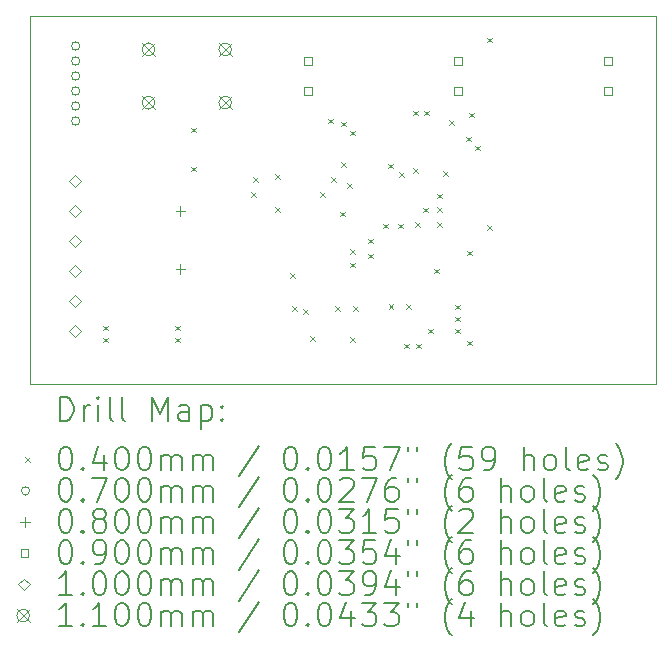
<source format=gbr>
%TF.GenerationSoftware,KiCad,Pcbnew,6.0.9-8da3e8f707~116~ubuntu20.04.1*%
%TF.CreationDate,2022-11-22T16:10:42+01:00*%
%TF.ProjectId,sda_keyboard,7364615f-6b65-4796-926f-6172642e6b69,rev?*%
%TF.SameCoordinates,Original*%
%TF.FileFunction,Drillmap*%
%TF.FilePolarity,Positive*%
%FSLAX45Y45*%
G04 Gerber Fmt 4.5, Leading zero omitted, Abs format (unit mm)*
G04 Created by KiCad (PCBNEW 6.0.9-8da3e8f707~116~ubuntu20.04.1) date 2022-11-22 16:10:42*
%MOMM*%
%LPD*%
G01*
G04 APERTURE LIST*
%ADD10C,0.100000*%
%ADD11C,0.200000*%
%ADD12C,0.040000*%
%ADD13C,0.070000*%
%ADD14C,0.080000*%
%ADD15C,0.090000*%
%ADD16C,0.110000*%
G04 APERTURE END LIST*
D10*
X11366500Y-9461500D02*
X11366500Y-6350000D01*
X16662400Y-9461500D02*
X11366500Y-9461500D01*
X16662400Y-6350000D02*
X16662400Y-9461500D01*
X11366500Y-6350000D02*
X16662400Y-6350000D01*
D11*
D12*
X11981500Y-8971600D02*
X12021500Y-9011600D01*
X12021500Y-8971600D02*
X11981500Y-9011600D01*
X11981500Y-9073200D02*
X12021500Y-9113200D01*
X12021500Y-9073200D02*
X11981500Y-9113200D01*
X12591100Y-8971600D02*
X12631100Y-9011600D01*
X12631100Y-8971600D02*
X12591100Y-9011600D01*
X12591100Y-9073200D02*
X12631100Y-9113200D01*
X12631100Y-9073200D02*
X12591100Y-9113200D01*
X12730800Y-7295200D02*
X12770800Y-7335200D01*
X12770800Y-7295200D02*
X12730800Y-7335200D01*
X12730800Y-7625400D02*
X12770800Y-7665400D01*
X12770800Y-7625400D02*
X12730800Y-7665400D01*
X13238800Y-7841300D02*
X13278800Y-7881300D01*
X13278800Y-7841300D02*
X13238800Y-7881300D01*
X13251500Y-7714300D02*
X13291500Y-7754300D01*
X13291500Y-7714300D02*
X13251500Y-7754300D01*
X13442000Y-7688900D02*
X13482000Y-7728900D01*
X13482000Y-7688900D02*
X13442000Y-7728900D01*
X13442000Y-7968300D02*
X13482000Y-8008300D01*
X13482000Y-7968300D02*
X13442000Y-8008300D01*
X13569000Y-8527100D02*
X13609000Y-8567100D01*
X13609000Y-8527100D02*
X13569000Y-8567100D01*
X13581700Y-8806500D02*
X13621700Y-8846500D01*
X13621700Y-8806500D02*
X13581700Y-8846500D01*
X13680000Y-8830000D02*
X13720000Y-8870000D01*
X13720000Y-8830000D02*
X13680000Y-8870000D01*
X13734100Y-9060000D02*
X13774100Y-9100000D01*
X13774100Y-9060000D02*
X13734100Y-9100000D01*
X13823000Y-7841300D02*
X13863000Y-7881300D01*
X13863000Y-7841300D02*
X13823000Y-7881300D01*
X13886500Y-7219000D02*
X13926500Y-7259000D01*
X13926500Y-7219000D02*
X13886500Y-7259000D01*
X13912760Y-7714300D02*
X13952760Y-7754300D01*
X13952760Y-7714300D02*
X13912760Y-7754300D01*
X13950000Y-8806500D02*
X13990000Y-8846500D01*
X13990000Y-8806500D02*
X13950000Y-8846500D01*
X13988100Y-8006400D02*
X14028100Y-8046400D01*
X14028100Y-8006400D02*
X13988100Y-8046400D01*
X14000800Y-7244400D02*
X14040800Y-7284400D01*
X14040800Y-7244400D02*
X14000800Y-7284400D01*
X14000800Y-7587300D02*
X14040800Y-7627300D01*
X14040800Y-7587300D02*
X14000800Y-7627300D01*
X14051600Y-7765100D02*
X14091600Y-7805100D01*
X14091600Y-7765100D02*
X14051600Y-7805100D01*
X14077000Y-7320600D02*
X14117000Y-7360600D01*
X14117000Y-7320600D02*
X14077000Y-7360600D01*
X14077000Y-8323900D02*
X14117000Y-8363900D01*
X14117000Y-8323900D02*
X14077000Y-8363900D01*
X14077000Y-8438200D02*
X14117000Y-8478200D01*
X14117000Y-8438200D02*
X14077000Y-8478200D01*
X14077000Y-9069450D02*
X14117000Y-9109450D01*
X14117000Y-9069450D02*
X14077000Y-9109450D01*
X14102400Y-8806500D02*
X14142400Y-8846500D01*
X14142400Y-8806500D02*
X14102400Y-8846500D01*
X14229400Y-8235000D02*
X14269400Y-8275000D01*
X14269400Y-8235000D02*
X14229400Y-8275000D01*
X14229400Y-8362000D02*
X14269400Y-8402000D01*
X14269400Y-8362000D02*
X14229400Y-8402000D01*
X14356400Y-8108000D02*
X14396400Y-8148000D01*
X14396400Y-8108000D02*
X14356400Y-8148000D01*
X14394500Y-7600000D02*
X14434500Y-7640000D01*
X14434500Y-7600000D02*
X14394500Y-7640000D01*
X14401700Y-8788300D02*
X14441700Y-8828300D01*
X14441700Y-8788300D02*
X14401700Y-8828300D01*
X14483400Y-8108000D02*
X14523400Y-8148000D01*
X14523400Y-8108000D02*
X14483400Y-8148000D01*
X14489750Y-7669850D02*
X14529750Y-7709850D01*
X14529750Y-7669850D02*
X14489750Y-7709850D01*
X14533770Y-9123570D02*
X14573770Y-9163570D01*
X14573770Y-9123570D02*
X14533770Y-9163570D01*
X14550000Y-8790000D02*
X14590000Y-8830000D01*
X14590000Y-8790000D02*
X14550000Y-8830000D01*
X14610000Y-7150000D02*
X14650000Y-7190000D01*
X14650000Y-7150000D02*
X14610000Y-7190000D01*
X14610400Y-7638100D02*
X14650400Y-7678100D01*
X14650400Y-7638100D02*
X14610400Y-7678100D01*
X14623046Y-8095246D02*
X14663046Y-8135246D01*
X14663046Y-8095246D02*
X14623046Y-8135246D01*
X14635800Y-9124000D02*
X14675800Y-9164000D01*
X14675800Y-9124000D02*
X14635800Y-9164000D01*
X14695600Y-7972000D02*
X14735600Y-8012000D01*
X14735600Y-7972000D02*
X14695600Y-8012000D01*
X14700000Y-7150000D02*
X14740000Y-7190000D01*
X14740000Y-7150000D02*
X14700000Y-7190000D01*
X14737400Y-8997000D02*
X14777400Y-9037000D01*
X14777400Y-8997000D02*
X14737400Y-9037000D01*
X14788200Y-8489000D02*
X14828200Y-8529000D01*
X14828200Y-8489000D02*
X14788200Y-8529000D01*
X14813600Y-7854000D02*
X14853600Y-7894000D01*
X14853600Y-7854000D02*
X14813600Y-7894000D01*
X14813600Y-7968300D02*
X14853600Y-8008300D01*
X14853600Y-7968300D02*
X14813600Y-8008300D01*
X14813600Y-8095300D02*
X14853600Y-8135300D01*
X14853600Y-8095300D02*
X14813600Y-8135300D01*
X14864400Y-7663500D02*
X14904400Y-7703500D01*
X14904400Y-7663500D02*
X14864400Y-7703500D01*
X14915200Y-7231700D02*
X14955200Y-7271700D01*
X14955200Y-7231700D02*
X14915200Y-7271700D01*
X14966000Y-8793800D02*
X15006000Y-8833800D01*
X15006000Y-8793800D02*
X14966000Y-8833800D01*
X14966000Y-8895400D02*
X15006000Y-8935400D01*
X15006000Y-8895400D02*
X14966000Y-8935400D01*
X14966000Y-8997000D02*
X15006000Y-9037000D01*
X15006000Y-8997000D02*
X14966000Y-9037000D01*
X15054900Y-7371400D02*
X15094900Y-7411400D01*
X15094900Y-7371400D02*
X15054900Y-7411400D01*
X15067600Y-8336600D02*
X15107600Y-8376600D01*
X15107600Y-8336600D02*
X15067600Y-8376600D01*
X15067600Y-9098600D02*
X15107600Y-9138600D01*
X15107600Y-9098600D02*
X15067600Y-9138600D01*
X15080300Y-7168200D02*
X15120300Y-7208200D01*
X15120300Y-7168200D02*
X15080300Y-7208200D01*
X15131100Y-7447600D02*
X15171100Y-7487600D01*
X15171100Y-7447600D02*
X15131100Y-7487600D01*
X15232700Y-6533200D02*
X15272700Y-6573200D01*
X15272700Y-6533200D02*
X15232700Y-6573200D01*
X15232700Y-8120700D02*
X15272700Y-8160700D01*
X15272700Y-8120700D02*
X15232700Y-8160700D01*
D13*
X11785000Y-6604000D02*
G75*
G03*
X11785000Y-6604000I-35000J0D01*
G01*
X11785000Y-6731000D02*
G75*
G03*
X11785000Y-6731000I-35000J0D01*
G01*
X11785000Y-6858000D02*
G75*
G03*
X11785000Y-6858000I-35000J0D01*
G01*
X11785000Y-6985000D02*
G75*
G03*
X11785000Y-6985000I-35000J0D01*
G01*
X11785000Y-7112000D02*
G75*
G03*
X11785000Y-7112000I-35000J0D01*
G01*
X11785000Y-7239000D02*
G75*
G03*
X11785000Y-7239000I-35000J0D01*
G01*
D14*
X12636500Y-7961000D02*
X12636500Y-8041000D01*
X12596500Y-8001000D02*
X12676500Y-8001000D01*
X12636500Y-8451000D02*
X12636500Y-8531000D01*
X12596500Y-8491000D02*
X12676500Y-8491000D01*
D15*
X13747820Y-6762820D02*
X13747820Y-6699180D01*
X13684180Y-6699180D01*
X13684180Y-6762820D01*
X13747820Y-6762820D01*
X13747820Y-7016820D02*
X13747820Y-6953180D01*
X13684180Y-6953180D01*
X13684180Y-7016820D01*
X13747820Y-7016820D01*
X15017820Y-6762820D02*
X15017820Y-6699180D01*
X14954180Y-6699180D01*
X14954180Y-6762820D01*
X15017820Y-6762820D01*
X15017820Y-7016820D02*
X15017820Y-6953180D01*
X14954180Y-6953180D01*
X14954180Y-7016820D01*
X15017820Y-7016820D01*
X16287820Y-6762820D02*
X16287820Y-6699180D01*
X16224180Y-6699180D01*
X16224180Y-6762820D01*
X16287820Y-6762820D01*
X16287820Y-7016820D02*
X16287820Y-6953180D01*
X16224180Y-6953180D01*
X16224180Y-7016820D01*
X16287820Y-7016820D01*
D10*
X11747500Y-7797000D02*
X11797500Y-7747000D01*
X11747500Y-7697000D01*
X11697500Y-7747000D01*
X11747500Y-7797000D01*
X11747500Y-8051000D02*
X11797500Y-8001000D01*
X11747500Y-7951000D01*
X11697500Y-8001000D01*
X11747500Y-8051000D01*
X11747500Y-8305000D02*
X11797500Y-8255000D01*
X11747500Y-8205000D01*
X11697500Y-8255000D01*
X11747500Y-8305000D01*
X11747500Y-8559000D02*
X11797500Y-8509000D01*
X11747500Y-8459000D01*
X11697500Y-8509000D01*
X11747500Y-8559000D01*
X11747500Y-8813000D02*
X11797500Y-8763000D01*
X11747500Y-8713000D01*
X11697500Y-8763000D01*
X11747500Y-8813000D01*
X11747500Y-9067000D02*
X11797500Y-9017000D01*
X11747500Y-8967000D01*
X11697500Y-9017000D01*
X11747500Y-9067000D01*
D16*
X12312500Y-6578000D02*
X12422500Y-6688000D01*
X12422500Y-6578000D02*
X12312500Y-6688000D01*
X12422500Y-6633000D02*
G75*
G03*
X12422500Y-6633000I-55000J0D01*
G01*
X12312500Y-7028000D02*
X12422500Y-7138000D01*
X12422500Y-7028000D02*
X12312500Y-7138000D01*
X12422500Y-7083000D02*
G75*
G03*
X12422500Y-7083000I-55000J0D01*
G01*
X12962500Y-6578000D02*
X13072500Y-6688000D01*
X13072500Y-6578000D02*
X12962500Y-6688000D01*
X13072500Y-6633000D02*
G75*
G03*
X13072500Y-6633000I-55000J0D01*
G01*
X12962500Y-7028000D02*
X13072500Y-7138000D01*
X13072500Y-7028000D02*
X12962500Y-7138000D01*
X13072500Y-7083000D02*
G75*
G03*
X13072500Y-7083000I-55000J0D01*
G01*
D11*
X11619119Y-9776976D02*
X11619119Y-9576976D01*
X11666738Y-9576976D01*
X11695309Y-9586500D01*
X11714357Y-9605548D01*
X11723881Y-9624595D01*
X11733405Y-9662690D01*
X11733405Y-9691262D01*
X11723881Y-9729357D01*
X11714357Y-9748405D01*
X11695309Y-9767452D01*
X11666738Y-9776976D01*
X11619119Y-9776976D01*
X11819119Y-9776976D02*
X11819119Y-9643643D01*
X11819119Y-9681738D02*
X11828643Y-9662690D01*
X11838167Y-9653167D01*
X11857214Y-9643643D01*
X11876262Y-9643643D01*
X11942928Y-9776976D02*
X11942928Y-9643643D01*
X11942928Y-9576976D02*
X11933405Y-9586500D01*
X11942928Y-9596024D01*
X11952452Y-9586500D01*
X11942928Y-9576976D01*
X11942928Y-9596024D01*
X12066738Y-9776976D02*
X12047690Y-9767452D01*
X12038167Y-9748405D01*
X12038167Y-9576976D01*
X12171500Y-9776976D02*
X12152452Y-9767452D01*
X12142928Y-9748405D01*
X12142928Y-9576976D01*
X12400071Y-9776976D02*
X12400071Y-9576976D01*
X12466738Y-9719833D01*
X12533405Y-9576976D01*
X12533405Y-9776976D01*
X12714357Y-9776976D02*
X12714357Y-9672214D01*
X12704833Y-9653167D01*
X12685786Y-9643643D01*
X12647690Y-9643643D01*
X12628643Y-9653167D01*
X12714357Y-9767452D02*
X12695309Y-9776976D01*
X12647690Y-9776976D01*
X12628643Y-9767452D01*
X12619119Y-9748405D01*
X12619119Y-9729357D01*
X12628643Y-9710310D01*
X12647690Y-9700786D01*
X12695309Y-9700786D01*
X12714357Y-9691262D01*
X12809595Y-9643643D02*
X12809595Y-9843643D01*
X12809595Y-9653167D02*
X12828643Y-9643643D01*
X12866738Y-9643643D01*
X12885786Y-9653167D01*
X12895309Y-9662690D01*
X12904833Y-9681738D01*
X12904833Y-9738881D01*
X12895309Y-9757929D01*
X12885786Y-9767452D01*
X12866738Y-9776976D01*
X12828643Y-9776976D01*
X12809595Y-9767452D01*
X12990548Y-9757929D02*
X13000071Y-9767452D01*
X12990548Y-9776976D01*
X12981024Y-9767452D01*
X12990548Y-9757929D01*
X12990548Y-9776976D01*
X12990548Y-9653167D02*
X13000071Y-9662690D01*
X12990548Y-9672214D01*
X12981024Y-9662690D01*
X12990548Y-9653167D01*
X12990548Y-9672214D01*
D12*
X11321500Y-10086500D02*
X11361500Y-10126500D01*
X11361500Y-10086500D02*
X11321500Y-10126500D01*
D11*
X11657214Y-9996976D02*
X11676262Y-9996976D01*
X11695309Y-10006500D01*
X11704833Y-10016024D01*
X11714357Y-10035071D01*
X11723881Y-10073167D01*
X11723881Y-10120786D01*
X11714357Y-10158881D01*
X11704833Y-10177929D01*
X11695309Y-10187452D01*
X11676262Y-10196976D01*
X11657214Y-10196976D01*
X11638167Y-10187452D01*
X11628643Y-10177929D01*
X11619119Y-10158881D01*
X11609595Y-10120786D01*
X11609595Y-10073167D01*
X11619119Y-10035071D01*
X11628643Y-10016024D01*
X11638167Y-10006500D01*
X11657214Y-9996976D01*
X11809595Y-10177929D02*
X11819119Y-10187452D01*
X11809595Y-10196976D01*
X11800071Y-10187452D01*
X11809595Y-10177929D01*
X11809595Y-10196976D01*
X11990548Y-10063643D02*
X11990548Y-10196976D01*
X11942928Y-9987452D02*
X11895309Y-10130310D01*
X12019119Y-10130310D01*
X12133405Y-9996976D02*
X12152452Y-9996976D01*
X12171500Y-10006500D01*
X12181024Y-10016024D01*
X12190548Y-10035071D01*
X12200071Y-10073167D01*
X12200071Y-10120786D01*
X12190548Y-10158881D01*
X12181024Y-10177929D01*
X12171500Y-10187452D01*
X12152452Y-10196976D01*
X12133405Y-10196976D01*
X12114357Y-10187452D01*
X12104833Y-10177929D01*
X12095309Y-10158881D01*
X12085786Y-10120786D01*
X12085786Y-10073167D01*
X12095309Y-10035071D01*
X12104833Y-10016024D01*
X12114357Y-10006500D01*
X12133405Y-9996976D01*
X12323881Y-9996976D02*
X12342928Y-9996976D01*
X12361976Y-10006500D01*
X12371500Y-10016024D01*
X12381024Y-10035071D01*
X12390548Y-10073167D01*
X12390548Y-10120786D01*
X12381024Y-10158881D01*
X12371500Y-10177929D01*
X12361976Y-10187452D01*
X12342928Y-10196976D01*
X12323881Y-10196976D01*
X12304833Y-10187452D01*
X12295309Y-10177929D01*
X12285786Y-10158881D01*
X12276262Y-10120786D01*
X12276262Y-10073167D01*
X12285786Y-10035071D01*
X12295309Y-10016024D01*
X12304833Y-10006500D01*
X12323881Y-9996976D01*
X12476262Y-10196976D02*
X12476262Y-10063643D01*
X12476262Y-10082690D02*
X12485786Y-10073167D01*
X12504833Y-10063643D01*
X12533405Y-10063643D01*
X12552452Y-10073167D01*
X12561976Y-10092214D01*
X12561976Y-10196976D01*
X12561976Y-10092214D02*
X12571500Y-10073167D01*
X12590548Y-10063643D01*
X12619119Y-10063643D01*
X12638167Y-10073167D01*
X12647690Y-10092214D01*
X12647690Y-10196976D01*
X12742928Y-10196976D02*
X12742928Y-10063643D01*
X12742928Y-10082690D02*
X12752452Y-10073167D01*
X12771500Y-10063643D01*
X12800071Y-10063643D01*
X12819119Y-10073167D01*
X12828643Y-10092214D01*
X12828643Y-10196976D01*
X12828643Y-10092214D02*
X12838167Y-10073167D01*
X12857214Y-10063643D01*
X12885786Y-10063643D01*
X12904833Y-10073167D01*
X12914357Y-10092214D01*
X12914357Y-10196976D01*
X13304833Y-9987452D02*
X13133405Y-10244595D01*
X13561976Y-9996976D02*
X13581024Y-9996976D01*
X13600071Y-10006500D01*
X13609595Y-10016024D01*
X13619119Y-10035071D01*
X13628643Y-10073167D01*
X13628643Y-10120786D01*
X13619119Y-10158881D01*
X13609595Y-10177929D01*
X13600071Y-10187452D01*
X13581024Y-10196976D01*
X13561976Y-10196976D01*
X13542928Y-10187452D01*
X13533405Y-10177929D01*
X13523881Y-10158881D01*
X13514357Y-10120786D01*
X13514357Y-10073167D01*
X13523881Y-10035071D01*
X13533405Y-10016024D01*
X13542928Y-10006500D01*
X13561976Y-9996976D01*
X13714357Y-10177929D02*
X13723881Y-10187452D01*
X13714357Y-10196976D01*
X13704833Y-10187452D01*
X13714357Y-10177929D01*
X13714357Y-10196976D01*
X13847690Y-9996976D02*
X13866738Y-9996976D01*
X13885786Y-10006500D01*
X13895309Y-10016024D01*
X13904833Y-10035071D01*
X13914357Y-10073167D01*
X13914357Y-10120786D01*
X13904833Y-10158881D01*
X13895309Y-10177929D01*
X13885786Y-10187452D01*
X13866738Y-10196976D01*
X13847690Y-10196976D01*
X13828643Y-10187452D01*
X13819119Y-10177929D01*
X13809595Y-10158881D01*
X13800071Y-10120786D01*
X13800071Y-10073167D01*
X13809595Y-10035071D01*
X13819119Y-10016024D01*
X13828643Y-10006500D01*
X13847690Y-9996976D01*
X14104833Y-10196976D02*
X13990548Y-10196976D01*
X14047690Y-10196976D02*
X14047690Y-9996976D01*
X14028643Y-10025548D01*
X14009595Y-10044595D01*
X13990548Y-10054119D01*
X14285786Y-9996976D02*
X14190548Y-9996976D01*
X14181024Y-10092214D01*
X14190548Y-10082690D01*
X14209595Y-10073167D01*
X14257214Y-10073167D01*
X14276262Y-10082690D01*
X14285786Y-10092214D01*
X14295309Y-10111262D01*
X14295309Y-10158881D01*
X14285786Y-10177929D01*
X14276262Y-10187452D01*
X14257214Y-10196976D01*
X14209595Y-10196976D01*
X14190548Y-10187452D01*
X14181024Y-10177929D01*
X14361976Y-9996976D02*
X14495309Y-9996976D01*
X14409595Y-10196976D01*
X14561976Y-9996976D02*
X14561976Y-10035071D01*
X14638167Y-9996976D02*
X14638167Y-10035071D01*
X14933405Y-10273167D02*
X14923881Y-10263643D01*
X14904833Y-10235071D01*
X14895309Y-10216024D01*
X14885786Y-10187452D01*
X14876262Y-10139833D01*
X14876262Y-10101738D01*
X14885786Y-10054119D01*
X14895309Y-10025548D01*
X14904833Y-10006500D01*
X14923881Y-9977929D01*
X14933405Y-9968405D01*
X15104833Y-9996976D02*
X15009595Y-9996976D01*
X15000071Y-10092214D01*
X15009595Y-10082690D01*
X15028643Y-10073167D01*
X15076262Y-10073167D01*
X15095309Y-10082690D01*
X15104833Y-10092214D01*
X15114357Y-10111262D01*
X15114357Y-10158881D01*
X15104833Y-10177929D01*
X15095309Y-10187452D01*
X15076262Y-10196976D01*
X15028643Y-10196976D01*
X15009595Y-10187452D01*
X15000071Y-10177929D01*
X15209595Y-10196976D02*
X15247690Y-10196976D01*
X15266738Y-10187452D01*
X15276262Y-10177929D01*
X15295309Y-10149357D01*
X15304833Y-10111262D01*
X15304833Y-10035071D01*
X15295309Y-10016024D01*
X15285786Y-10006500D01*
X15266738Y-9996976D01*
X15228643Y-9996976D01*
X15209595Y-10006500D01*
X15200071Y-10016024D01*
X15190548Y-10035071D01*
X15190548Y-10082690D01*
X15200071Y-10101738D01*
X15209595Y-10111262D01*
X15228643Y-10120786D01*
X15266738Y-10120786D01*
X15285786Y-10111262D01*
X15295309Y-10101738D01*
X15304833Y-10082690D01*
X15542928Y-10196976D02*
X15542928Y-9996976D01*
X15628643Y-10196976D02*
X15628643Y-10092214D01*
X15619119Y-10073167D01*
X15600071Y-10063643D01*
X15571500Y-10063643D01*
X15552452Y-10073167D01*
X15542928Y-10082690D01*
X15752452Y-10196976D02*
X15733405Y-10187452D01*
X15723881Y-10177929D01*
X15714357Y-10158881D01*
X15714357Y-10101738D01*
X15723881Y-10082690D01*
X15733405Y-10073167D01*
X15752452Y-10063643D01*
X15781024Y-10063643D01*
X15800071Y-10073167D01*
X15809595Y-10082690D01*
X15819119Y-10101738D01*
X15819119Y-10158881D01*
X15809595Y-10177929D01*
X15800071Y-10187452D01*
X15781024Y-10196976D01*
X15752452Y-10196976D01*
X15933405Y-10196976D02*
X15914357Y-10187452D01*
X15904833Y-10168405D01*
X15904833Y-9996976D01*
X16085786Y-10187452D02*
X16066738Y-10196976D01*
X16028643Y-10196976D01*
X16009595Y-10187452D01*
X16000071Y-10168405D01*
X16000071Y-10092214D01*
X16009595Y-10073167D01*
X16028643Y-10063643D01*
X16066738Y-10063643D01*
X16085786Y-10073167D01*
X16095309Y-10092214D01*
X16095309Y-10111262D01*
X16000071Y-10130310D01*
X16171500Y-10187452D02*
X16190548Y-10196976D01*
X16228643Y-10196976D01*
X16247690Y-10187452D01*
X16257214Y-10168405D01*
X16257214Y-10158881D01*
X16247690Y-10139833D01*
X16228643Y-10130310D01*
X16200071Y-10130310D01*
X16181024Y-10120786D01*
X16171500Y-10101738D01*
X16171500Y-10092214D01*
X16181024Y-10073167D01*
X16200071Y-10063643D01*
X16228643Y-10063643D01*
X16247690Y-10073167D01*
X16323881Y-10273167D02*
X16333405Y-10263643D01*
X16352452Y-10235071D01*
X16361976Y-10216024D01*
X16371500Y-10187452D01*
X16381024Y-10139833D01*
X16381024Y-10101738D01*
X16371500Y-10054119D01*
X16361976Y-10025548D01*
X16352452Y-10006500D01*
X16333405Y-9977929D01*
X16323881Y-9968405D01*
D13*
X11361500Y-10370500D02*
G75*
G03*
X11361500Y-10370500I-35000J0D01*
G01*
D11*
X11657214Y-10260976D02*
X11676262Y-10260976D01*
X11695309Y-10270500D01*
X11704833Y-10280024D01*
X11714357Y-10299071D01*
X11723881Y-10337167D01*
X11723881Y-10384786D01*
X11714357Y-10422881D01*
X11704833Y-10441929D01*
X11695309Y-10451452D01*
X11676262Y-10460976D01*
X11657214Y-10460976D01*
X11638167Y-10451452D01*
X11628643Y-10441929D01*
X11619119Y-10422881D01*
X11609595Y-10384786D01*
X11609595Y-10337167D01*
X11619119Y-10299071D01*
X11628643Y-10280024D01*
X11638167Y-10270500D01*
X11657214Y-10260976D01*
X11809595Y-10441929D02*
X11819119Y-10451452D01*
X11809595Y-10460976D01*
X11800071Y-10451452D01*
X11809595Y-10441929D01*
X11809595Y-10460976D01*
X11885786Y-10260976D02*
X12019119Y-10260976D01*
X11933405Y-10460976D01*
X12133405Y-10260976D02*
X12152452Y-10260976D01*
X12171500Y-10270500D01*
X12181024Y-10280024D01*
X12190548Y-10299071D01*
X12200071Y-10337167D01*
X12200071Y-10384786D01*
X12190548Y-10422881D01*
X12181024Y-10441929D01*
X12171500Y-10451452D01*
X12152452Y-10460976D01*
X12133405Y-10460976D01*
X12114357Y-10451452D01*
X12104833Y-10441929D01*
X12095309Y-10422881D01*
X12085786Y-10384786D01*
X12085786Y-10337167D01*
X12095309Y-10299071D01*
X12104833Y-10280024D01*
X12114357Y-10270500D01*
X12133405Y-10260976D01*
X12323881Y-10260976D02*
X12342928Y-10260976D01*
X12361976Y-10270500D01*
X12371500Y-10280024D01*
X12381024Y-10299071D01*
X12390548Y-10337167D01*
X12390548Y-10384786D01*
X12381024Y-10422881D01*
X12371500Y-10441929D01*
X12361976Y-10451452D01*
X12342928Y-10460976D01*
X12323881Y-10460976D01*
X12304833Y-10451452D01*
X12295309Y-10441929D01*
X12285786Y-10422881D01*
X12276262Y-10384786D01*
X12276262Y-10337167D01*
X12285786Y-10299071D01*
X12295309Y-10280024D01*
X12304833Y-10270500D01*
X12323881Y-10260976D01*
X12476262Y-10460976D02*
X12476262Y-10327643D01*
X12476262Y-10346690D02*
X12485786Y-10337167D01*
X12504833Y-10327643D01*
X12533405Y-10327643D01*
X12552452Y-10337167D01*
X12561976Y-10356214D01*
X12561976Y-10460976D01*
X12561976Y-10356214D02*
X12571500Y-10337167D01*
X12590548Y-10327643D01*
X12619119Y-10327643D01*
X12638167Y-10337167D01*
X12647690Y-10356214D01*
X12647690Y-10460976D01*
X12742928Y-10460976D02*
X12742928Y-10327643D01*
X12742928Y-10346690D02*
X12752452Y-10337167D01*
X12771500Y-10327643D01*
X12800071Y-10327643D01*
X12819119Y-10337167D01*
X12828643Y-10356214D01*
X12828643Y-10460976D01*
X12828643Y-10356214D02*
X12838167Y-10337167D01*
X12857214Y-10327643D01*
X12885786Y-10327643D01*
X12904833Y-10337167D01*
X12914357Y-10356214D01*
X12914357Y-10460976D01*
X13304833Y-10251452D02*
X13133405Y-10508595D01*
X13561976Y-10260976D02*
X13581024Y-10260976D01*
X13600071Y-10270500D01*
X13609595Y-10280024D01*
X13619119Y-10299071D01*
X13628643Y-10337167D01*
X13628643Y-10384786D01*
X13619119Y-10422881D01*
X13609595Y-10441929D01*
X13600071Y-10451452D01*
X13581024Y-10460976D01*
X13561976Y-10460976D01*
X13542928Y-10451452D01*
X13533405Y-10441929D01*
X13523881Y-10422881D01*
X13514357Y-10384786D01*
X13514357Y-10337167D01*
X13523881Y-10299071D01*
X13533405Y-10280024D01*
X13542928Y-10270500D01*
X13561976Y-10260976D01*
X13714357Y-10441929D02*
X13723881Y-10451452D01*
X13714357Y-10460976D01*
X13704833Y-10451452D01*
X13714357Y-10441929D01*
X13714357Y-10460976D01*
X13847690Y-10260976D02*
X13866738Y-10260976D01*
X13885786Y-10270500D01*
X13895309Y-10280024D01*
X13904833Y-10299071D01*
X13914357Y-10337167D01*
X13914357Y-10384786D01*
X13904833Y-10422881D01*
X13895309Y-10441929D01*
X13885786Y-10451452D01*
X13866738Y-10460976D01*
X13847690Y-10460976D01*
X13828643Y-10451452D01*
X13819119Y-10441929D01*
X13809595Y-10422881D01*
X13800071Y-10384786D01*
X13800071Y-10337167D01*
X13809595Y-10299071D01*
X13819119Y-10280024D01*
X13828643Y-10270500D01*
X13847690Y-10260976D01*
X13990548Y-10280024D02*
X14000071Y-10270500D01*
X14019119Y-10260976D01*
X14066738Y-10260976D01*
X14085786Y-10270500D01*
X14095309Y-10280024D01*
X14104833Y-10299071D01*
X14104833Y-10318119D01*
X14095309Y-10346690D01*
X13981024Y-10460976D01*
X14104833Y-10460976D01*
X14171500Y-10260976D02*
X14304833Y-10260976D01*
X14219119Y-10460976D01*
X14466738Y-10260976D02*
X14428643Y-10260976D01*
X14409595Y-10270500D01*
X14400071Y-10280024D01*
X14381024Y-10308595D01*
X14371500Y-10346690D01*
X14371500Y-10422881D01*
X14381024Y-10441929D01*
X14390548Y-10451452D01*
X14409595Y-10460976D01*
X14447690Y-10460976D01*
X14466738Y-10451452D01*
X14476262Y-10441929D01*
X14485786Y-10422881D01*
X14485786Y-10375262D01*
X14476262Y-10356214D01*
X14466738Y-10346690D01*
X14447690Y-10337167D01*
X14409595Y-10337167D01*
X14390548Y-10346690D01*
X14381024Y-10356214D01*
X14371500Y-10375262D01*
X14561976Y-10260976D02*
X14561976Y-10299071D01*
X14638167Y-10260976D02*
X14638167Y-10299071D01*
X14933405Y-10537167D02*
X14923881Y-10527643D01*
X14904833Y-10499071D01*
X14895309Y-10480024D01*
X14885786Y-10451452D01*
X14876262Y-10403833D01*
X14876262Y-10365738D01*
X14885786Y-10318119D01*
X14895309Y-10289548D01*
X14904833Y-10270500D01*
X14923881Y-10241929D01*
X14933405Y-10232405D01*
X15095309Y-10260976D02*
X15057214Y-10260976D01*
X15038167Y-10270500D01*
X15028643Y-10280024D01*
X15009595Y-10308595D01*
X15000071Y-10346690D01*
X15000071Y-10422881D01*
X15009595Y-10441929D01*
X15019119Y-10451452D01*
X15038167Y-10460976D01*
X15076262Y-10460976D01*
X15095309Y-10451452D01*
X15104833Y-10441929D01*
X15114357Y-10422881D01*
X15114357Y-10375262D01*
X15104833Y-10356214D01*
X15095309Y-10346690D01*
X15076262Y-10337167D01*
X15038167Y-10337167D01*
X15019119Y-10346690D01*
X15009595Y-10356214D01*
X15000071Y-10375262D01*
X15352452Y-10460976D02*
X15352452Y-10260976D01*
X15438167Y-10460976D02*
X15438167Y-10356214D01*
X15428643Y-10337167D01*
X15409595Y-10327643D01*
X15381024Y-10327643D01*
X15361976Y-10337167D01*
X15352452Y-10346690D01*
X15561976Y-10460976D02*
X15542928Y-10451452D01*
X15533405Y-10441929D01*
X15523881Y-10422881D01*
X15523881Y-10365738D01*
X15533405Y-10346690D01*
X15542928Y-10337167D01*
X15561976Y-10327643D01*
X15590548Y-10327643D01*
X15609595Y-10337167D01*
X15619119Y-10346690D01*
X15628643Y-10365738D01*
X15628643Y-10422881D01*
X15619119Y-10441929D01*
X15609595Y-10451452D01*
X15590548Y-10460976D01*
X15561976Y-10460976D01*
X15742928Y-10460976D02*
X15723881Y-10451452D01*
X15714357Y-10432405D01*
X15714357Y-10260976D01*
X15895309Y-10451452D02*
X15876262Y-10460976D01*
X15838167Y-10460976D01*
X15819119Y-10451452D01*
X15809595Y-10432405D01*
X15809595Y-10356214D01*
X15819119Y-10337167D01*
X15838167Y-10327643D01*
X15876262Y-10327643D01*
X15895309Y-10337167D01*
X15904833Y-10356214D01*
X15904833Y-10375262D01*
X15809595Y-10394310D01*
X15981024Y-10451452D02*
X16000071Y-10460976D01*
X16038167Y-10460976D01*
X16057214Y-10451452D01*
X16066738Y-10432405D01*
X16066738Y-10422881D01*
X16057214Y-10403833D01*
X16038167Y-10394310D01*
X16009595Y-10394310D01*
X15990548Y-10384786D01*
X15981024Y-10365738D01*
X15981024Y-10356214D01*
X15990548Y-10337167D01*
X16009595Y-10327643D01*
X16038167Y-10327643D01*
X16057214Y-10337167D01*
X16133405Y-10537167D02*
X16142928Y-10527643D01*
X16161976Y-10499071D01*
X16171500Y-10480024D01*
X16181024Y-10451452D01*
X16190548Y-10403833D01*
X16190548Y-10365738D01*
X16181024Y-10318119D01*
X16171500Y-10289548D01*
X16161976Y-10270500D01*
X16142928Y-10241929D01*
X16133405Y-10232405D01*
D14*
X11321500Y-10594500D02*
X11321500Y-10674500D01*
X11281500Y-10634500D02*
X11361500Y-10634500D01*
D11*
X11657214Y-10524976D02*
X11676262Y-10524976D01*
X11695309Y-10534500D01*
X11704833Y-10544024D01*
X11714357Y-10563071D01*
X11723881Y-10601167D01*
X11723881Y-10648786D01*
X11714357Y-10686881D01*
X11704833Y-10705929D01*
X11695309Y-10715452D01*
X11676262Y-10724976D01*
X11657214Y-10724976D01*
X11638167Y-10715452D01*
X11628643Y-10705929D01*
X11619119Y-10686881D01*
X11609595Y-10648786D01*
X11609595Y-10601167D01*
X11619119Y-10563071D01*
X11628643Y-10544024D01*
X11638167Y-10534500D01*
X11657214Y-10524976D01*
X11809595Y-10705929D02*
X11819119Y-10715452D01*
X11809595Y-10724976D01*
X11800071Y-10715452D01*
X11809595Y-10705929D01*
X11809595Y-10724976D01*
X11933405Y-10610690D02*
X11914357Y-10601167D01*
X11904833Y-10591643D01*
X11895309Y-10572595D01*
X11895309Y-10563071D01*
X11904833Y-10544024D01*
X11914357Y-10534500D01*
X11933405Y-10524976D01*
X11971500Y-10524976D01*
X11990548Y-10534500D01*
X12000071Y-10544024D01*
X12009595Y-10563071D01*
X12009595Y-10572595D01*
X12000071Y-10591643D01*
X11990548Y-10601167D01*
X11971500Y-10610690D01*
X11933405Y-10610690D01*
X11914357Y-10620214D01*
X11904833Y-10629738D01*
X11895309Y-10648786D01*
X11895309Y-10686881D01*
X11904833Y-10705929D01*
X11914357Y-10715452D01*
X11933405Y-10724976D01*
X11971500Y-10724976D01*
X11990548Y-10715452D01*
X12000071Y-10705929D01*
X12009595Y-10686881D01*
X12009595Y-10648786D01*
X12000071Y-10629738D01*
X11990548Y-10620214D01*
X11971500Y-10610690D01*
X12133405Y-10524976D02*
X12152452Y-10524976D01*
X12171500Y-10534500D01*
X12181024Y-10544024D01*
X12190548Y-10563071D01*
X12200071Y-10601167D01*
X12200071Y-10648786D01*
X12190548Y-10686881D01*
X12181024Y-10705929D01*
X12171500Y-10715452D01*
X12152452Y-10724976D01*
X12133405Y-10724976D01*
X12114357Y-10715452D01*
X12104833Y-10705929D01*
X12095309Y-10686881D01*
X12085786Y-10648786D01*
X12085786Y-10601167D01*
X12095309Y-10563071D01*
X12104833Y-10544024D01*
X12114357Y-10534500D01*
X12133405Y-10524976D01*
X12323881Y-10524976D02*
X12342928Y-10524976D01*
X12361976Y-10534500D01*
X12371500Y-10544024D01*
X12381024Y-10563071D01*
X12390548Y-10601167D01*
X12390548Y-10648786D01*
X12381024Y-10686881D01*
X12371500Y-10705929D01*
X12361976Y-10715452D01*
X12342928Y-10724976D01*
X12323881Y-10724976D01*
X12304833Y-10715452D01*
X12295309Y-10705929D01*
X12285786Y-10686881D01*
X12276262Y-10648786D01*
X12276262Y-10601167D01*
X12285786Y-10563071D01*
X12295309Y-10544024D01*
X12304833Y-10534500D01*
X12323881Y-10524976D01*
X12476262Y-10724976D02*
X12476262Y-10591643D01*
X12476262Y-10610690D02*
X12485786Y-10601167D01*
X12504833Y-10591643D01*
X12533405Y-10591643D01*
X12552452Y-10601167D01*
X12561976Y-10620214D01*
X12561976Y-10724976D01*
X12561976Y-10620214D02*
X12571500Y-10601167D01*
X12590548Y-10591643D01*
X12619119Y-10591643D01*
X12638167Y-10601167D01*
X12647690Y-10620214D01*
X12647690Y-10724976D01*
X12742928Y-10724976D02*
X12742928Y-10591643D01*
X12742928Y-10610690D02*
X12752452Y-10601167D01*
X12771500Y-10591643D01*
X12800071Y-10591643D01*
X12819119Y-10601167D01*
X12828643Y-10620214D01*
X12828643Y-10724976D01*
X12828643Y-10620214D02*
X12838167Y-10601167D01*
X12857214Y-10591643D01*
X12885786Y-10591643D01*
X12904833Y-10601167D01*
X12914357Y-10620214D01*
X12914357Y-10724976D01*
X13304833Y-10515452D02*
X13133405Y-10772595D01*
X13561976Y-10524976D02*
X13581024Y-10524976D01*
X13600071Y-10534500D01*
X13609595Y-10544024D01*
X13619119Y-10563071D01*
X13628643Y-10601167D01*
X13628643Y-10648786D01*
X13619119Y-10686881D01*
X13609595Y-10705929D01*
X13600071Y-10715452D01*
X13581024Y-10724976D01*
X13561976Y-10724976D01*
X13542928Y-10715452D01*
X13533405Y-10705929D01*
X13523881Y-10686881D01*
X13514357Y-10648786D01*
X13514357Y-10601167D01*
X13523881Y-10563071D01*
X13533405Y-10544024D01*
X13542928Y-10534500D01*
X13561976Y-10524976D01*
X13714357Y-10705929D02*
X13723881Y-10715452D01*
X13714357Y-10724976D01*
X13704833Y-10715452D01*
X13714357Y-10705929D01*
X13714357Y-10724976D01*
X13847690Y-10524976D02*
X13866738Y-10524976D01*
X13885786Y-10534500D01*
X13895309Y-10544024D01*
X13904833Y-10563071D01*
X13914357Y-10601167D01*
X13914357Y-10648786D01*
X13904833Y-10686881D01*
X13895309Y-10705929D01*
X13885786Y-10715452D01*
X13866738Y-10724976D01*
X13847690Y-10724976D01*
X13828643Y-10715452D01*
X13819119Y-10705929D01*
X13809595Y-10686881D01*
X13800071Y-10648786D01*
X13800071Y-10601167D01*
X13809595Y-10563071D01*
X13819119Y-10544024D01*
X13828643Y-10534500D01*
X13847690Y-10524976D01*
X13981024Y-10524976D02*
X14104833Y-10524976D01*
X14038167Y-10601167D01*
X14066738Y-10601167D01*
X14085786Y-10610690D01*
X14095309Y-10620214D01*
X14104833Y-10639262D01*
X14104833Y-10686881D01*
X14095309Y-10705929D01*
X14085786Y-10715452D01*
X14066738Y-10724976D01*
X14009595Y-10724976D01*
X13990548Y-10715452D01*
X13981024Y-10705929D01*
X14295309Y-10724976D02*
X14181024Y-10724976D01*
X14238167Y-10724976D02*
X14238167Y-10524976D01*
X14219119Y-10553548D01*
X14200071Y-10572595D01*
X14181024Y-10582119D01*
X14476262Y-10524976D02*
X14381024Y-10524976D01*
X14371500Y-10620214D01*
X14381024Y-10610690D01*
X14400071Y-10601167D01*
X14447690Y-10601167D01*
X14466738Y-10610690D01*
X14476262Y-10620214D01*
X14485786Y-10639262D01*
X14485786Y-10686881D01*
X14476262Y-10705929D01*
X14466738Y-10715452D01*
X14447690Y-10724976D01*
X14400071Y-10724976D01*
X14381024Y-10715452D01*
X14371500Y-10705929D01*
X14561976Y-10524976D02*
X14561976Y-10563071D01*
X14638167Y-10524976D02*
X14638167Y-10563071D01*
X14933405Y-10801167D02*
X14923881Y-10791643D01*
X14904833Y-10763071D01*
X14895309Y-10744024D01*
X14885786Y-10715452D01*
X14876262Y-10667833D01*
X14876262Y-10629738D01*
X14885786Y-10582119D01*
X14895309Y-10553548D01*
X14904833Y-10534500D01*
X14923881Y-10505929D01*
X14933405Y-10496405D01*
X15000071Y-10544024D02*
X15009595Y-10534500D01*
X15028643Y-10524976D01*
X15076262Y-10524976D01*
X15095309Y-10534500D01*
X15104833Y-10544024D01*
X15114357Y-10563071D01*
X15114357Y-10582119D01*
X15104833Y-10610690D01*
X14990548Y-10724976D01*
X15114357Y-10724976D01*
X15352452Y-10724976D02*
X15352452Y-10524976D01*
X15438167Y-10724976D02*
X15438167Y-10620214D01*
X15428643Y-10601167D01*
X15409595Y-10591643D01*
X15381024Y-10591643D01*
X15361976Y-10601167D01*
X15352452Y-10610690D01*
X15561976Y-10724976D02*
X15542928Y-10715452D01*
X15533405Y-10705929D01*
X15523881Y-10686881D01*
X15523881Y-10629738D01*
X15533405Y-10610690D01*
X15542928Y-10601167D01*
X15561976Y-10591643D01*
X15590548Y-10591643D01*
X15609595Y-10601167D01*
X15619119Y-10610690D01*
X15628643Y-10629738D01*
X15628643Y-10686881D01*
X15619119Y-10705929D01*
X15609595Y-10715452D01*
X15590548Y-10724976D01*
X15561976Y-10724976D01*
X15742928Y-10724976D02*
X15723881Y-10715452D01*
X15714357Y-10696405D01*
X15714357Y-10524976D01*
X15895309Y-10715452D02*
X15876262Y-10724976D01*
X15838167Y-10724976D01*
X15819119Y-10715452D01*
X15809595Y-10696405D01*
X15809595Y-10620214D01*
X15819119Y-10601167D01*
X15838167Y-10591643D01*
X15876262Y-10591643D01*
X15895309Y-10601167D01*
X15904833Y-10620214D01*
X15904833Y-10639262D01*
X15809595Y-10658310D01*
X15981024Y-10715452D02*
X16000071Y-10724976D01*
X16038167Y-10724976D01*
X16057214Y-10715452D01*
X16066738Y-10696405D01*
X16066738Y-10686881D01*
X16057214Y-10667833D01*
X16038167Y-10658310D01*
X16009595Y-10658310D01*
X15990548Y-10648786D01*
X15981024Y-10629738D01*
X15981024Y-10620214D01*
X15990548Y-10601167D01*
X16009595Y-10591643D01*
X16038167Y-10591643D01*
X16057214Y-10601167D01*
X16133405Y-10801167D02*
X16142928Y-10791643D01*
X16161976Y-10763071D01*
X16171500Y-10744024D01*
X16181024Y-10715452D01*
X16190548Y-10667833D01*
X16190548Y-10629738D01*
X16181024Y-10582119D01*
X16171500Y-10553548D01*
X16161976Y-10534500D01*
X16142928Y-10505929D01*
X16133405Y-10496405D01*
D15*
X11348320Y-10930320D02*
X11348320Y-10866680D01*
X11284680Y-10866680D01*
X11284680Y-10930320D01*
X11348320Y-10930320D01*
D11*
X11657214Y-10788976D02*
X11676262Y-10788976D01*
X11695309Y-10798500D01*
X11704833Y-10808024D01*
X11714357Y-10827071D01*
X11723881Y-10865167D01*
X11723881Y-10912786D01*
X11714357Y-10950881D01*
X11704833Y-10969929D01*
X11695309Y-10979452D01*
X11676262Y-10988976D01*
X11657214Y-10988976D01*
X11638167Y-10979452D01*
X11628643Y-10969929D01*
X11619119Y-10950881D01*
X11609595Y-10912786D01*
X11609595Y-10865167D01*
X11619119Y-10827071D01*
X11628643Y-10808024D01*
X11638167Y-10798500D01*
X11657214Y-10788976D01*
X11809595Y-10969929D02*
X11819119Y-10979452D01*
X11809595Y-10988976D01*
X11800071Y-10979452D01*
X11809595Y-10969929D01*
X11809595Y-10988976D01*
X11914357Y-10988976D02*
X11952452Y-10988976D01*
X11971500Y-10979452D01*
X11981024Y-10969929D01*
X12000071Y-10941357D01*
X12009595Y-10903262D01*
X12009595Y-10827071D01*
X12000071Y-10808024D01*
X11990548Y-10798500D01*
X11971500Y-10788976D01*
X11933405Y-10788976D01*
X11914357Y-10798500D01*
X11904833Y-10808024D01*
X11895309Y-10827071D01*
X11895309Y-10874690D01*
X11904833Y-10893738D01*
X11914357Y-10903262D01*
X11933405Y-10912786D01*
X11971500Y-10912786D01*
X11990548Y-10903262D01*
X12000071Y-10893738D01*
X12009595Y-10874690D01*
X12133405Y-10788976D02*
X12152452Y-10788976D01*
X12171500Y-10798500D01*
X12181024Y-10808024D01*
X12190548Y-10827071D01*
X12200071Y-10865167D01*
X12200071Y-10912786D01*
X12190548Y-10950881D01*
X12181024Y-10969929D01*
X12171500Y-10979452D01*
X12152452Y-10988976D01*
X12133405Y-10988976D01*
X12114357Y-10979452D01*
X12104833Y-10969929D01*
X12095309Y-10950881D01*
X12085786Y-10912786D01*
X12085786Y-10865167D01*
X12095309Y-10827071D01*
X12104833Y-10808024D01*
X12114357Y-10798500D01*
X12133405Y-10788976D01*
X12323881Y-10788976D02*
X12342928Y-10788976D01*
X12361976Y-10798500D01*
X12371500Y-10808024D01*
X12381024Y-10827071D01*
X12390548Y-10865167D01*
X12390548Y-10912786D01*
X12381024Y-10950881D01*
X12371500Y-10969929D01*
X12361976Y-10979452D01*
X12342928Y-10988976D01*
X12323881Y-10988976D01*
X12304833Y-10979452D01*
X12295309Y-10969929D01*
X12285786Y-10950881D01*
X12276262Y-10912786D01*
X12276262Y-10865167D01*
X12285786Y-10827071D01*
X12295309Y-10808024D01*
X12304833Y-10798500D01*
X12323881Y-10788976D01*
X12476262Y-10988976D02*
X12476262Y-10855643D01*
X12476262Y-10874690D02*
X12485786Y-10865167D01*
X12504833Y-10855643D01*
X12533405Y-10855643D01*
X12552452Y-10865167D01*
X12561976Y-10884214D01*
X12561976Y-10988976D01*
X12561976Y-10884214D02*
X12571500Y-10865167D01*
X12590548Y-10855643D01*
X12619119Y-10855643D01*
X12638167Y-10865167D01*
X12647690Y-10884214D01*
X12647690Y-10988976D01*
X12742928Y-10988976D02*
X12742928Y-10855643D01*
X12742928Y-10874690D02*
X12752452Y-10865167D01*
X12771500Y-10855643D01*
X12800071Y-10855643D01*
X12819119Y-10865167D01*
X12828643Y-10884214D01*
X12828643Y-10988976D01*
X12828643Y-10884214D02*
X12838167Y-10865167D01*
X12857214Y-10855643D01*
X12885786Y-10855643D01*
X12904833Y-10865167D01*
X12914357Y-10884214D01*
X12914357Y-10988976D01*
X13304833Y-10779452D02*
X13133405Y-11036595D01*
X13561976Y-10788976D02*
X13581024Y-10788976D01*
X13600071Y-10798500D01*
X13609595Y-10808024D01*
X13619119Y-10827071D01*
X13628643Y-10865167D01*
X13628643Y-10912786D01*
X13619119Y-10950881D01*
X13609595Y-10969929D01*
X13600071Y-10979452D01*
X13581024Y-10988976D01*
X13561976Y-10988976D01*
X13542928Y-10979452D01*
X13533405Y-10969929D01*
X13523881Y-10950881D01*
X13514357Y-10912786D01*
X13514357Y-10865167D01*
X13523881Y-10827071D01*
X13533405Y-10808024D01*
X13542928Y-10798500D01*
X13561976Y-10788976D01*
X13714357Y-10969929D02*
X13723881Y-10979452D01*
X13714357Y-10988976D01*
X13704833Y-10979452D01*
X13714357Y-10969929D01*
X13714357Y-10988976D01*
X13847690Y-10788976D02*
X13866738Y-10788976D01*
X13885786Y-10798500D01*
X13895309Y-10808024D01*
X13904833Y-10827071D01*
X13914357Y-10865167D01*
X13914357Y-10912786D01*
X13904833Y-10950881D01*
X13895309Y-10969929D01*
X13885786Y-10979452D01*
X13866738Y-10988976D01*
X13847690Y-10988976D01*
X13828643Y-10979452D01*
X13819119Y-10969929D01*
X13809595Y-10950881D01*
X13800071Y-10912786D01*
X13800071Y-10865167D01*
X13809595Y-10827071D01*
X13819119Y-10808024D01*
X13828643Y-10798500D01*
X13847690Y-10788976D01*
X13981024Y-10788976D02*
X14104833Y-10788976D01*
X14038167Y-10865167D01*
X14066738Y-10865167D01*
X14085786Y-10874690D01*
X14095309Y-10884214D01*
X14104833Y-10903262D01*
X14104833Y-10950881D01*
X14095309Y-10969929D01*
X14085786Y-10979452D01*
X14066738Y-10988976D01*
X14009595Y-10988976D01*
X13990548Y-10979452D01*
X13981024Y-10969929D01*
X14285786Y-10788976D02*
X14190548Y-10788976D01*
X14181024Y-10884214D01*
X14190548Y-10874690D01*
X14209595Y-10865167D01*
X14257214Y-10865167D01*
X14276262Y-10874690D01*
X14285786Y-10884214D01*
X14295309Y-10903262D01*
X14295309Y-10950881D01*
X14285786Y-10969929D01*
X14276262Y-10979452D01*
X14257214Y-10988976D01*
X14209595Y-10988976D01*
X14190548Y-10979452D01*
X14181024Y-10969929D01*
X14466738Y-10855643D02*
X14466738Y-10988976D01*
X14419119Y-10779452D02*
X14371500Y-10922310D01*
X14495309Y-10922310D01*
X14561976Y-10788976D02*
X14561976Y-10827071D01*
X14638167Y-10788976D02*
X14638167Y-10827071D01*
X14933405Y-11065167D02*
X14923881Y-11055643D01*
X14904833Y-11027071D01*
X14895309Y-11008024D01*
X14885786Y-10979452D01*
X14876262Y-10931833D01*
X14876262Y-10893738D01*
X14885786Y-10846119D01*
X14895309Y-10817548D01*
X14904833Y-10798500D01*
X14923881Y-10769929D01*
X14933405Y-10760405D01*
X15095309Y-10788976D02*
X15057214Y-10788976D01*
X15038167Y-10798500D01*
X15028643Y-10808024D01*
X15009595Y-10836595D01*
X15000071Y-10874690D01*
X15000071Y-10950881D01*
X15009595Y-10969929D01*
X15019119Y-10979452D01*
X15038167Y-10988976D01*
X15076262Y-10988976D01*
X15095309Y-10979452D01*
X15104833Y-10969929D01*
X15114357Y-10950881D01*
X15114357Y-10903262D01*
X15104833Y-10884214D01*
X15095309Y-10874690D01*
X15076262Y-10865167D01*
X15038167Y-10865167D01*
X15019119Y-10874690D01*
X15009595Y-10884214D01*
X15000071Y-10903262D01*
X15352452Y-10988976D02*
X15352452Y-10788976D01*
X15438167Y-10988976D02*
X15438167Y-10884214D01*
X15428643Y-10865167D01*
X15409595Y-10855643D01*
X15381024Y-10855643D01*
X15361976Y-10865167D01*
X15352452Y-10874690D01*
X15561976Y-10988976D02*
X15542928Y-10979452D01*
X15533405Y-10969929D01*
X15523881Y-10950881D01*
X15523881Y-10893738D01*
X15533405Y-10874690D01*
X15542928Y-10865167D01*
X15561976Y-10855643D01*
X15590548Y-10855643D01*
X15609595Y-10865167D01*
X15619119Y-10874690D01*
X15628643Y-10893738D01*
X15628643Y-10950881D01*
X15619119Y-10969929D01*
X15609595Y-10979452D01*
X15590548Y-10988976D01*
X15561976Y-10988976D01*
X15742928Y-10988976D02*
X15723881Y-10979452D01*
X15714357Y-10960405D01*
X15714357Y-10788976D01*
X15895309Y-10979452D02*
X15876262Y-10988976D01*
X15838167Y-10988976D01*
X15819119Y-10979452D01*
X15809595Y-10960405D01*
X15809595Y-10884214D01*
X15819119Y-10865167D01*
X15838167Y-10855643D01*
X15876262Y-10855643D01*
X15895309Y-10865167D01*
X15904833Y-10884214D01*
X15904833Y-10903262D01*
X15809595Y-10922310D01*
X15981024Y-10979452D02*
X16000071Y-10988976D01*
X16038167Y-10988976D01*
X16057214Y-10979452D01*
X16066738Y-10960405D01*
X16066738Y-10950881D01*
X16057214Y-10931833D01*
X16038167Y-10922310D01*
X16009595Y-10922310D01*
X15990548Y-10912786D01*
X15981024Y-10893738D01*
X15981024Y-10884214D01*
X15990548Y-10865167D01*
X16009595Y-10855643D01*
X16038167Y-10855643D01*
X16057214Y-10865167D01*
X16133405Y-11065167D02*
X16142928Y-11055643D01*
X16161976Y-11027071D01*
X16171500Y-11008024D01*
X16181024Y-10979452D01*
X16190548Y-10931833D01*
X16190548Y-10893738D01*
X16181024Y-10846119D01*
X16171500Y-10817548D01*
X16161976Y-10798500D01*
X16142928Y-10769929D01*
X16133405Y-10760405D01*
D10*
X11311500Y-11212500D02*
X11361500Y-11162500D01*
X11311500Y-11112500D01*
X11261500Y-11162500D01*
X11311500Y-11212500D01*
D11*
X11723881Y-11252976D02*
X11609595Y-11252976D01*
X11666738Y-11252976D02*
X11666738Y-11052976D01*
X11647690Y-11081548D01*
X11628643Y-11100595D01*
X11609595Y-11110119D01*
X11809595Y-11233928D02*
X11819119Y-11243452D01*
X11809595Y-11252976D01*
X11800071Y-11243452D01*
X11809595Y-11233928D01*
X11809595Y-11252976D01*
X11942928Y-11052976D02*
X11961976Y-11052976D01*
X11981024Y-11062500D01*
X11990548Y-11072024D01*
X12000071Y-11091071D01*
X12009595Y-11129167D01*
X12009595Y-11176786D01*
X12000071Y-11214881D01*
X11990548Y-11233928D01*
X11981024Y-11243452D01*
X11961976Y-11252976D01*
X11942928Y-11252976D01*
X11923881Y-11243452D01*
X11914357Y-11233928D01*
X11904833Y-11214881D01*
X11895309Y-11176786D01*
X11895309Y-11129167D01*
X11904833Y-11091071D01*
X11914357Y-11072024D01*
X11923881Y-11062500D01*
X11942928Y-11052976D01*
X12133405Y-11052976D02*
X12152452Y-11052976D01*
X12171500Y-11062500D01*
X12181024Y-11072024D01*
X12190548Y-11091071D01*
X12200071Y-11129167D01*
X12200071Y-11176786D01*
X12190548Y-11214881D01*
X12181024Y-11233928D01*
X12171500Y-11243452D01*
X12152452Y-11252976D01*
X12133405Y-11252976D01*
X12114357Y-11243452D01*
X12104833Y-11233928D01*
X12095309Y-11214881D01*
X12085786Y-11176786D01*
X12085786Y-11129167D01*
X12095309Y-11091071D01*
X12104833Y-11072024D01*
X12114357Y-11062500D01*
X12133405Y-11052976D01*
X12323881Y-11052976D02*
X12342928Y-11052976D01*
X12361976Y-11062500D01*
X12371500Y-11072024D01*
X12381024Y-11091071D01*
X12390548Y-11129167D01*
X12390548Y-11176786D01*
X12381024Y-11214881D01*
X12371500Y-11233928D01*
X12361976Y-11243452D01*
X12342928Y-11252976D01*
X12323881Y-11252976D01*
X12304833Y-11243452D01*
X12295309Y-11233928D01*
X12285786Y-11214881D01*
X12276262Y-11176786D01*
X12276262Y-11129167D01*
X12285786Y-11091071D01*
X12295309Y-11072024D01*
X12304833Y-11062500D01*
X12323881Y-11052976D01*
X12476262Y-11252976D02*
X12476262Y-11119643D01*
X12476262Y-11138690D02*
X12485786Y-11129167D01*
X12504833Y-11119643D01*
X12533405Y-11119643D01*
X12552452Y-11129167D01*
X12561976Y-11148214D01*
X12561976Y-11252976D01*
X12561976Y-11148214D02*
X12571500Y-11129167D01*
X12590548Y-11119643D01*
X12619119Y-11119643D01*
X12638167Y-11129167D01*
X12647690Y-11148214D01*
X12647690Y-11252976D01*
X12742928Y-11252976D02*
X12742928Y-11119643D01*
X12742928Y-11138690D02*
X12752452Y-11129167D01*
X12771500Y-11119643D01*
X12800071Y-11119643D01*
X12819119Y-11129167D01*
X12828643Y-11148214D01*
X12828643Y-11252976D01*
X12828643Y-11148214D02*
X12838167Y-11129167D01*
X12857214Y-11119643D01*
X12885786Y-11119643D01*
X12904833Y-11129167D01*
X12914357Y-11148214D01*
X12914357Y-11252976D01*
X13304833Y-11043452D02*
X13133405Y-11300595D01*
X13561976Y-11052976D02*
X13581024Y-11052976D01*
X13600071Y-11062500D01*
X13609595Y-11072024D01*
X13619119Y-11091071D01*
X13628643Y-11129167D01*
X13628643Y-11176786D01*
X13619119Y-11214881D01*
X13609595Y-11233928D01*
X13600071Y-11243452D01*
X13581024Y-11252976D01*
X13561976Y-11252976D01*
X13542928Y-11243452D01*
X13533405Y-11233928D01*
X13523881Y-11214881D01*
X13514357Y-11176786D01*
X13514357Y-11129167D01*
X13523881Y-11091071D01*
X13533405Y-11072024D01*
X13542928Y-11062500D01*
X13561976Y-11052976D01*
X13714357Y-11233928D02*
X13723881Y-11243452D01*
X13714357Y-11252976D01*
X13704833Y-11243452D01*
X13714357Y-11233928D01*
X13714357Y-11252976D01*
X13847690Y-11052976D02*
X13866738Y-11052976D01*
X13885786Y-11062500D01*
X13895309Y-11072024D01*
X13904833Y-11091071D01*
X13914357Y-11129167D01*
X13914357Y-11176786D01*
X13904833Y-11214881D01*
X13895309Y-11233928D01*
X13885786Y-11243452D01*
X13866738Y-11252976D01*
X13847690Y-11252976D01*
X13828643Y-11243452D01*
X13819119Y-11233928D01*
X13809595Y-11214881D01*
X13800071Y-11176786D01*
X13800071Y-11129167D01*
X13809595Y-11091071D01*
X13819119Y-11072024D01*
X13828643Y-11062500D01*
X13847690Y-11052976D01*
X13981024Y-11052976D02*
X14104833Y-11052976D01*
X14038167Y-11129167D01*
X14066738Y-11129167D01*
X14085786Y-11138690D01*
X14095309Y-11148214D01*
X14104833Y-11167262D01*
X14104833Y-11214881D01*
X14095309Y-11233928D01*
X14085786Y-11243452D01*
X14066738Y-11252976D01*
X14009595Y-11252976D01*
X13990548Y-11243452D01*
X13981024Y-11233928D01*
X14200071Y-11252976D02*
X14238167Y-11252976D01*
X14257214Y-11243452D01*
X14266738Y-11233928D01*
X14285786Y-11205357D01*
X14295309Y-11167262D01*
X14295309Y-11091071D01*
X14285786Y-11072024D01*
X14276262Y-11062500D01*
X14257214Y-11052976D01*
X14219119Y-11052976D01*
X14200071Y-11062500D01*
X14190548Y-11072024D01*
X14181024Y-11091071D01*
X14181024Y-11138690D01*
X14190548Y-11157738D01*
X14200071Y-11167262D01*
X14219119Y-11176786D01*
X14257214Y-11176786D01*
X14276262Y-11167262D01*
X14285786Y-11157738D01*
X14295309Y-11138690D01*
X14466738Y-11119643D02*
X14466738Y-11252976D01*
X14419119Y-11043452D02*
X14371500Y-11186309D01*
X14495309Y-11186309D01*
X14561976Y-11052976D02*
X14561976Y-11091071D01*
X14638167Y-11052976D02*
X14638167Y-11091071D01*
X14933405Y-11329167D02*
X14923881Y-11319643D01*
X14904833Y-11291071D01*
X14895309Y-11272024D01*
X14885786Y-11243452D01*
X14876262Y-11195833D01*
X14876262Y-11157738D01*
X14885786Y-11110119D01*
X14895309Y-11081548D01*
X14904833Y-11062500D01*
X14923881Y-11033929D01*
X14933405Y-11024405D01*
X15095309Y-11052976D02*
X15057214Y-11052976D01*
X15038167Y-11062500D01*
X15028643Y-11072024D01*
X15009595Y-11100595D01*
X15000071Y-11138690D01*
X15000071Y-11214881D01*
X15009595Y-11233928D01*
X15019119Y-11243452D01*
X15038167Y-11252976D01*
X15076262Y-11252976D01*
X15095309Y-11243452D01*
X15104833Y-11233928D01*
X15114357Y-11214881D01*
X15114357Y-11167262D01*
X15104833Y-11148214D01*
X15095309Y-11138690D01*
X15076262Y-11129167D01*
X15038167Y-11129167D01*
X15019119Y-11138690D01*
X15009595Y-11148214D01*
X15000071Y-11167262D01*
X15352452Y-11252976D02*
X15352452Y-11052976D01*
X15438167Y-11252976D02*
X15438167Y-11148214D01*
X15428643Y-11129167D01*
X15409595Y-11119643D01*
X15381024Y-11119643D01*
X15361976Y-11129167D01*
X15352452Y-11138690D01*
X15561976Y-11252976D02*
X15542928Y-11243452D01*
X15533405Y-11233928D01*
X15523881Y-11214881D01*
X15523881Y-11157738D01*
X15533405Y-11138690D01*
X15542928Y-11129167D01*
X15561976Y-11119643D01*
X15590548Y-11119643D01*
X15609595Y-11129167D01*
X15619119Y-11138690D01*
X15628643Y-11157738D01*
X15628643Y-11214881D01*
X15619119Y-11233928D01*
X15609595Y-11243452D01*
X15590548Y-11252976D01*
X15561976Y-11252976D01*
X15742928Y-11252976D02*
X15723881Y-11243452D01*
X15714357Y-11224405D01*
X15714357Y-11052976D01*
X15895309Y-11243452D02*
X15876262Y-11252976D01*
X15838167Y-11252976D01*
X15819119Y-11243452D01*
X15809595Y-11224405D01*
X15809595Y-11148214D01*
X15819119Y-11129167D01*
X15838167Y-11119643D01*
X15876262Y-11119643D01*
X15895309Y-11129167D01*
X15904833Y-11148214D01*
X15904833Y-11167262D01*
X15809595Y-11186309D01*
X15981024Y-11243452D02*
X16000071Y-11252976D01*
X16038167Y-11252976D01*
X16057214Y-11243452D01*
X16066738Y-11224405D01*
X16066738Y-11214881D01*
X16057214Y-11195833D01*
X16038167Y-11186309D01*
X16009595Y-11186309D01*
X15990548Y-11176786D01*
X15981024Y-11157738D01*
X15981024Y-11148214D01*
X15990548Y-11129167D01*
X16009595Y-11119643D01*
X16038167Y-11119643D01*
X16057214Y-11129167D01*
X16133405Y-11329167D02*
X16142928Y-11319643D01*
X16161976Y-11291071D01*
X16171500Y-11272024D01*
X16181024Y-11243452D01*
X16190548Y-11195833D01*
X16190548Y-11157738D01*
X16181024Y-11110119D01*
X16171500Y-11081548D01*
X16161976Y-11062500D01*
X16142928Y-11033929D01*
X16133405Y-11024405D01*
D16*
X11251500Y-11371500D02*
X11361500Y-11481500D01*
X11361500Y-11371500D02*
X11251500Y-11481500D01*
X11361500Y-11426500D02*
G75*
G03*
X11361500Y-11426500I-55000J0D01*
G01*
D11*
X11723881Y-11516976D02*
X11609595Y-11516976D01*
X11666738Y-11516976D02*
X11666738Y-11316976D01*
X11647690Y-11345548D01*
X11628643Y-11364595D01*
X11609595Y-11374119D01*
X11809595Y-11497928D02*
X11819119Y-11507452D01*
X11809595Y-11516976D01*
X11800071Y-11507452D01*
X11809595Y-11497928D01*
X11809595Y-11516976D01*
X12009595Y-11516976D02*
X11895309Y-11516976D01*
X11952452Y-11516976D02*
X11952452Y-11316976D01*
X11933405Y-11345548D01*
X11914357Y-11364595D01*
X11895309Y-11374119D01*
X12133405Y-11316976D02*
X12152452Y-11316976D01*
X12171500Y-11326500D01*
X12181024Y-11336024D01*
X12190548Y-11355071D01*
X12200071Y-11393167D01*
X12200071Y-11440786D01*
X12190548Y-11478881D01*
X12181024Y-11497928D01*
X12171500Y-11507452D01*
X12152452Y-11516976D01*
X12133405Y-11516976D01*
X12114357Y-11507452D01*
X12104833Y-11497928D01*
X12095309Y-11478881D01*
X12085786Y-11440786D01*
X12085786Y-11393167D01*
X12095309Y-11355071D01*
X12104833Y-11336024D01*
X12114357Y-11326500D01*
X12133405Y-11316976D01*
X12323881Y-11316976D02*
X12342928Y-11316976D01*
X12361976Y-11326500D01*
X12371500Y-11336024D01*
X12381024Y-11355071D01*
X12390548Y-11393167D01*
X12390548Y-11440786D01*
X12381024Y-11478881D01*
X12371500Y-11497928D01*
X12361976Y-11507452D01*
X12342928Y-11516976D01*
X12323881Y-11516976D01*
X12304833Y-11507452D01*
X12295309Y-11497928D01*
X12285786Y-11478881D01*
X12276262Y-11440786D01*
X12276262Y-11393167D01*
X12285786Y-11355071D01*
X12295309Y-11336024D01*
X12304833Y-11326500D01*
X12323881Y-11316976D01*
X12476262Y-11516976D02*
X12476262Y-11383643D01*
X12476262Y-11402690D02*
X12485786Y-11393167D01*
X12504833Y-11383643D01*
X12533405Y-11383643D01*
X12552452Y-11393167D01*
X12561976Y-11412214D01*
X12561976Y-11516976D01*
X12561976Y-11412214D02*
X12571500Y-11393167D01*
X12590548Y-11383643D01*
X12619119Y-11383643D01*
X12638167Y-11393167D01*
X12647690Y-11412214D01*
X12647690Y-11516976D01*
X12742928Y-11516976D02*
X12742928Y-11383643D01*
X12742928Y-11402690D02*
X12752452Y-11393167D01*
X12771500Y-11383643D01*
X12800071Y-11383643D01*
X12819119Y-11393167D01*
X12828643Y-11412214D01*
X12828643Y-11516976D01*
X12828643Y-11412214D02*
X12838167Y-11393167D01*
X12857214Y-11383643D01*
X12885786Y-11383643D01*
X12904833Y-11393167D01*
X12914357Y-11412214D01*
X12914357Y-11516976D01*
X13304833Y-11307452D02*
X13133405Y-11564595D01*
X13561976Y-11316976D02*
X13581024Y-11316976D01*
X13600071Y-11326500D01*
X13609595Y-11336024D01*
X13619119Y-11355071D01*
X13628643Y-11393167D01*
X13628643Y-11440786D01*
X13619119Y-11478881D01*
X13609595Y-11497928D01*
X13600071Y-11507452D01*
X13581024Y-11516976D01*
X13561976Y-11516976D01*
X13542928Y-11507452D01*
X13533405Y-11497928D01*
X13523881Y-11478881D01*
X13514357Y-11440786D01*
X13514357Y-11393167D01*
X13523881Y-11355071D01*
X13533405Y-11336024D01*
X13542928Y-11326500D01*
X13561976Y-11316976D01*
X13714357Y-11497928D02*
X13723881Y-11507452D01*
X13714357Y-11516976D01*
X13704833Y-11507452D01*
X13714357Y-11497928D01*
X13714357Y-11516976D01*
X13847690Y-11316976D02*
X13866738Y-11316976D01*
X13885786Y-11326500D01*
X13895309Y-11336024D01*
X13904833Y-11355071D01*
X13914357Y-11393167D01*
X13914357Y-11440786D01*
X13904833Y-11478881D01*
X13895309Y-11497928D01*
X13885786Y-11507452D01*
X13866738Y-11516976D01*
X13847690Y-11516976D01*
X13828643Y-11507452D01*
X13819119Y-11497928D01*
X13809595Y-11478881D01*
X13800071Y-11440786D01*
X13800071Y-11393167D01*
X13809595Y-11355071D01*
X13819119Y-11336024D01*
X13828643Y-11326500D01*
X13847690Y-11316976D01*
X14085786Y-11383643D02*
X14085786Y-11516976D01*
X14038167Y-11307452D02*
X13990548Y-11450309D01*
X14114357Y-11450309D01*
X14171500Y-11316976D02*
X14295309Y-11316976D01*
X14228643Y-11393167D01*
X14257214Y-11393167D01*
X14276262Y-11402690D01*
X14285786Y-11412214D01*
X14295309Y-11431262D01*
X14295309Y-11478881D01*
X14285786Y-11497928D01*
X14276262Y-11507452D01*
X14257214Y-11516976D01*
X14200071Y-11516976D01*
X14181024Y-11507452D01*
X14171500Y-11497928D01*
X14361976Y-11316976D02*
X14485786Y-11316976D01*
X14419119Y-11393167D01*
X14447690Y-11393167D01*
X14466738Y-11402690D01*
X14476262Y-11412214D01*
X14485786Y-11431262D01*
X14485786Y-11478881D01*
X14476262Y-11497928D01*
X14466738Y-11507452D01*
X14447690Y-11516976D01*
X14390548Y-11516976D01*
X14371500Y-11507452D01*
X14361976Y-11497928D01*
X14561976Y-11316976D02*
X14561976Y-11355071D01*
X14638167Y-11316976D02*
X14638167Y-11355071D01*
X14933405Y-11593167D02*
X14923881Y-11583643D01*
X14904833Y-11555071D01*
X14895309Y-11536024D01*
X14885786Y-11507452D01*
X14876262Y-11459833D01*
X14876262Y-11421738D01*
X14885786Y-11374119D01*
X14895309Y-11345548D01*
X14904833Y-11326500D01*
X14923881Y-11297928D01*
X14933405Y-11288405D01*
X15095309Y-11383643D02*
X15095309Y-11516976D01*
X15047690Y-11307452D02*
X15000071Y-11450309D01*
X15123881Y-11450309D01*
X15352452Y-11516976D02*
X15352452Y-11316976D01*
X15438167Y-11516976D02*
X15438167Y-11412214D01*
X15428643Y-11393167D01*
X15409595Y-11383643D01*
X15381024Y-11383643D01*
X15361976Y-11393167D01*
X15352452Y-11402690D01*
X15561976Y-11516976D02*
X15542928Y-11507452D01*
X15533405Y-11497928D01*
X15523881Y-11478881D01*
X15523881Y-11421738D01*
X15533405Y-11402690D01*
X15542928Y-11393167D01*
X15561976Y-11383643D01*
X15590548Y-11383643D01*
X15609595Y-11393167D01*
X15619119Y-11402690D01*
X15628643Y-11421738D01*
X15628643Y-11478881D01*
X15619119Y-11497928D01*
X15609595Y-11507452D01*
X15590548Y-11516976D01*
X15561976Y-11516976D01*
X15742928Y-11516976D02*
X15723881Y-11507452D01*
X15714357Y-11488405D01*
X15714357Y-11316976D01*
X15895309Y-11507452D02*
X15876262Y-11516976D01*
X15838167Y-11516976D01*
X15819119Y-11507452D01*
X15809595Y-11488405D01*
X15809595Y-11412214D01*
X15819119Y-11393167D01*
X15838167Y-11383643D01*
X15876262Y-11383643D01*
X15895309Y-11393167D01*
X15904833Y-11412214D01*
X15904833Y-11431262D01*
X15809595Y-11450309D01*
X15981024Y-11507452D02*
X16000071Y-11516976D01*
X16038167Y-11516976D01*
X16057214Y-11507452D01*
X16066738Y-11488405D01*
X16066738Y-11478881D01*
X16057214Y-11459833D01*
X16038167Y-11450309D01*
X16009595Y-11450309D01*
X15990548Y-11440786D01*
X15981024Y-11421738D01*
X15981024Y-11412214D01*
X15990548Y-11393167D01*
X16009595Y-11383643D01*
X16038167Y-11383643D01*
X16057214Y-11393167D01*
X16133405Y-11593167D02*
X16142928Y-11583643D01*
X16161976Y-11555071D01*
X16171500Y-11536024D01*
X16181024Y-11507452D01*
X16190548Y-11459833D01*
X16190548Y-11421738D01*
X16181024Y-11374119D01*
X16171500Y-11345548D01*
X16161976Y-11326500D01*
X16142928Y-11297928D01*
X16133405Y-11288405D01*
M02*

</source>
